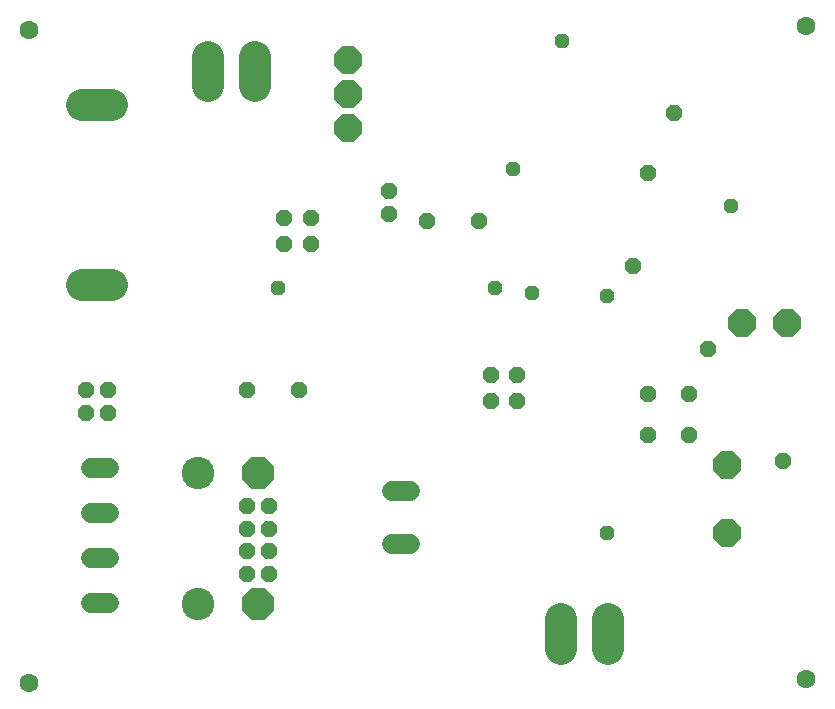
<source format=gbs>
G75*
%MOIN*%
%OFA0B0*%
%FSLAX25Y25*%
%IPPOS*%
%LPD*%
%AMOC8*
5,1,8,0,0,1.08239X$1,22.5*
%
%ADD10C,0.06312*%
%ADD11C,0.06800*%
%ADD12C,0.10700*%
%ADD13C,0.10800*%
%ADD14C,0.10800*%
%ADD15OC8,0.10800*%
%ADD16OC8,0.09300*%
%ADD17OC8,0.05550*%
%ADD18OC8,0.04762*%
D10*
X0007200Y0007200D03*
X0007200Y0224700D03*
X0265950Y0225950D03*
X0265950Y0008450D03*
D11*
X0133950Y0053450D02*
X0127950Y0053450D01*
X0127950Y0070950D02*
X0133950Y0070950D01*
X0033802Y0063775D02*
X0027802Y0063775D01*
X0027802Y0078775D02*
X0033802Y0078775D01*
X0033802Y0048775D02*
X0027802Y0048775D01*
X0027802Y0033775D02*
X0033802Y0033775D01*
D12*
X0184400Y0028400D02*
X0184400Y0018500D01*
X0200000Y0018500D02*
X0200000Y0028400D01*
X0082500Y0206000D02*
X0082500Y0215900D01*
X0066900Y0215900D02*
X0066900Y0206000D01*
D13*
X0034700Y0199700D02*
X0024700Y0199700D01*
X0024700Y0139700D02*
X0034700Y0139700D01*
D14*
X0063450Y0077200D03*
X0063450Y0033450D03*
D15*
X0083450Y0033450D03*
X0083450Y0077200D03*
D16*
X0113450Y0192200D03*
X0113450Y0203450D03*
X0113450Y0214700D03*
X0244700Y0127200D03*
X0259700Y0127200D03*
X0239700Y0079700D03*
X0239700Y0057200D03*
D17*
X0258450Y0080950D03*
X0227200Y0089700D03*
X0213450Y0089700D03*
X0213450Y0103450D03*
X0227200Y0103450D03*
X0233450Y0118450D03*
X0208450Y0145950D03*
X0213450Y0177200D03*
X0222200Y0197200D03*
X0157200Y0160950D03*
X0139700Y0160950D03*
X0127200Y0163450D03*
X0127200Y0170950D03*
X0100950Y0162200D03*
X0092200Y0162200D03*
X0092200Y0153450D03*
X0100950Y0153450D03*
X0097200Y0104700D03*
X0079700Y0104700D03*
X0079700Y0065950D03*
X0087200Y0065950D03*
X0087200Y0058450D03*
X0079700Y0058450D03*
X0079700Y0050950D03*
X0087200Y0050950D03*
X0087200Y0043450D03*
X0079700Y0043450D03*
X0033450Y0097200D03*
X0033450Y0104700D03*
X0025950Y0104700D03*
X0025950Y0097200D03*
X0160950Y0100950D03*
X0160950Y0109700D03*
X0169700Y0109700D03*
X0169700Y0100950D03*
D18*
X0174700Y0137200D03*
X0162436Y0138814D03*
X0199700Y0135950D03*
X0240950Y0165950D03*
X0184700Y0220950D03*
X0168450Y0178450D03*
X0089995Y0138814D03*
X0199700Y0057200D03*
M02*

</source>
